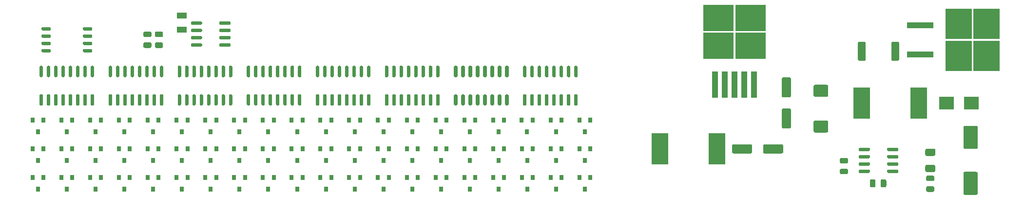
<source format=gbr>
%TF.GenerationSoftware,KiCad,Pcbnew,(5.1.5-131-g305ed0b65)-1*%
%TF.CreationDate,2020-05-01T20:04:55+08:00*%
%TF.ProjectId,NixieController,4e697869-6543-46f6-9e74-726f6c6c6572,rev?*%
%TF.SameCoordinates,Original*%
%TF.FileFunction,Paste,Top*%
%TF.FilePolarity,Positive*%
%FSLAX46Y46*%
G04 Gerber Fmt 4.6, Leading zero omitted, Abs format (unit mm)*
G04 Created by KiCad (PCBNEW (5.1.5-131-g305ed0b65)-1) date 2020-05-01 20:04:55*
%MOMM*%
%LPD*%
G01*
G04 APERTURE LIST*
%ADD10R,2.500000X2.300000*%
%ADD11R,2.900000X5.400000*%
%ADD12R,4.600000X1.100000*%
%ADD13R,4.550000X5.250000*%
%ADD14R,0.800000X0.900000*%
%ADD15R,1.100000X4.600000*%
%ADD16R,5.250000X4.550000*%
%ADD17R,1.800000X1.000000*%
G04 APERTURE END LIST*
%TO.C,C3*%
G36*
G01*
X201975000Y-89850000D02*
X204025000Y-89850000D01*
G75*
G02*
X204275000Y-90100000I0J-250000D01*
G01*
X204275000Y-91675000D01*
G75*
G02*
X204025000Y-91925000I-250000J0D01*
G01*
X201975000Y-91925000D01*
G75*
G02*
X201725000Y-91675000I0J250000D01*
G01*
X201725000Y-90100000D01*
G75*
G02*
X201975000Y-89850000I250000J0D01*
G01*
G37*
G36*
G01*
X201975000Y-96075000D02*
X204025000Y-96075000D01*
G75*
G02*
X204275000Y-96325000I0J-250000D01*
G01*
X204275000Y-97900000D01*
G75*
G02*
X204025000Y-98150000I-250000J0D01*
G01*
X201975000Y-98150000D01*
G75*
G02*
X201725000Y-97900000I0J250000D01*
G01*
X201725000Y-96325000D01*
G75*
G02*
X201975000Y-96075000I250000J0D01*
G01*
G37*
%TD*%
%TO.C,C4*%
G36*
G01*
X206543750Y-104450000D02*
X207456250Y-104450000D01*
G75*
G02*
X207700000Y-104693750I0J-243750D01*
G01*
X207700000Y-105181250D01*
G75*
G02*
X207456250Y-105425000I-243750J0D01*
G01*
X206543750Y-105425000D01*
G75*
G02*
X206300000Y-105181250I0J243750D01*
G01*
X206300000Y-104693750D01*
G75*
G02*
X206543750Y-104450000I243750J0D01*
G01*
G37*
G36*
G01*
X206543750Y-102575000D02*
X207456250Y-102575000D01*
G75*
G02*
X207700000Y-102818750I0J-243750D01*
G01*
X207700000Y-103306250D01*
G75*
G02*
X207456250Y-103550000I-243750J0D01*
G01*
X206543750Y-103550000D01*
G75*
G02*
X206300000Y-103306250I0J243750D01*
G01*
X206300000Y-102818750D01*
G75*
G02*
X206543750Y-102575000I243750J0D01*
G01*
G37*
%TD*%
%TO.C,C5*%
G36*
G01*
X214362500Y-106543750D02*
X214362500Y-107456250D01*
G75*
G02*
X214118750Y-107700000I-243750J0D01*
G01*
X213631250Y-107700000D01*
G75*
G02*
X213387500Y-107456250I0J243750D01*
G01*
X213387500Y-106543750D01*
G75*
G02*
X213631250Y-106300000I243750J0D01*
G01*
X214118750Y-106300000D01*
G75*
G02*
X214362500Y-106543750I0J-243750D01*
G01*
G37*
G36*
G01*
X212487500Y-106543750D02*
X212487500Y-107456250D01*
G75*
G02*
X212243750Y-107700000I-243750J0D01*
G01*
X211756250Y-107700000D01*
G75*
G02*
X211512500Y-107456250I0J243750D01*
G01*
X211512500Y-106543750D01*
G75*
G02*
X211756250Y-106300000I243750J0D01*
G01*
X212243750Y-106300000D01*
G75*
G02*
X212487500Y-106543750I0J-243750D01*
G01*
G37*
%TD*%
%TO.C,C6*%
G36*
G01*
X228000000Y-97000000D02*
X230000000Y-97000000D01*
G75*
G02*
X230250000Y-97250000I0J-250000D01*
G01*
X230250000Y-100750000D01*
G75*
G02*
X230000000Y-101000000I-250000J0D01*
G01*
X228000000Y-101000000D01*
G75*
G02*
X227750000Y-100750000I0J250000D01*
G01*
X227750000Y-97250000D01*
G75*
G02*
X228000000Y-97000000I250000J0D01*
G01*
G37*
G36*
G01*
X228000000Y-105000000D02*
X230000000Y-105000000D01*
G75*
G02*
X230250000Y-105250000I0J-250000D01*
G01*
X230250000Y-108750000D01*
G75*
G02*
X230000000Y-109000000I-250000J0D01*
G01*
X228000000Y-109000000D01*
G75*
G02*
X227750000Y-108750000I0J250000D01*
G01*
X227750000Y-105250000D01*
G75*
G02*
X228000000Y-105000000I250000J0D01*
G01*
G37*
%TD*%
D10*
%TO.C,D2*%
X229150000Y-93000000D03*
X224850000Y-93000000D03*
%TD*%
D11*
%TO.C,L2*%
X210050000Y-93000000D03*
X219950000Y-93000000D03*
%TD*%
D12*
%TO.C,Q1*%
X220225000Y-79460000D03*
X220225000Y-84540000D03*
D13*
X231800000Y-84775000D03*
X226950000Y-79225000D03*
X231800000Y-79225000D03*
X226950000Y-84775000D03*
%TD*%
%TO.C,R3*%
G36*
G01*
X216575000Y-82574999D02*
X216575000Y-85425001D01*
G75*
G02*
X216325001Y-85675000I-249999J0D01*
G01*
X215474999Y-85675000D01*
G75*
G02*
X215225000Y-85425001I0J249999D01*
G01*
X215225000Y-82574999D01*
G75*
G02*
X215474999Y-82325000I249999J0D01*
G01*
X216325001Y-82325000D01*
G75*
G02*
X216575000Y-82574999I0J-249999D01*
G01*
G37*
G36*
G01*
X210775000Y-82574999D02*
X210775000Y-85425001D01*
G75*
G02*
X210525001Y-85675000I-249999J0D01*
G01*
X209674999Y-85675000D01*
G75*
G02*
X209425000Y-85425001I0J249999D01*
G01*
X209425000Y-82574999D01*
G75*
G02*
X209674999Y-82325000I249999J0D01*
G01*
X210525001Y-82325000D01*
G75*
G02*
X210775000Y-82574999I0J-249999D01*
G01*
G37*
%TD*%
%TO.C,R4*%
G36*
G01*
X221375000Y-100975000D02*
X222625000Y-100975000D01*
G75*
G02*
X222875000Y-101225000I0J-250000D01*
G01*
X222875000Y-101975000D01*
G75*
G02*
X222625000Y-102225000I-250000J0D01*
G01*
X221375000Y-102225000D01*
G75*
G02*
X221125000Y-101975000I0J250000D01*
G01*
X221125000Y-101225000D01*
G75*
G02*
X221375000Y-100975000I250000J0D01*
G01*
G37*
G36*
G01*
X221375000Y-103775000D02*
X222625000Y-103775000D01*
G75*
G02*
X222875000Y-104025000I0J-250000D01*
G01*
X222875000Y-104775000D01*
G75*
G02*
X222625000Y-105025000I-250000J0D01*
G01*
X221375000Y-105025000D01*
G75*
G02*
X221125000Y-104775000I0J250000D01*
G01*
X221125000Y-104025000D01*
G75*
G02*
X221375000Y-103775000I250000J0D01*
G01*
G37*
%TD*%
%TO.C,R5*%
G36*
G01*
X221543750Y-105637500D02*
X222456250Y-105637500D01*
G75*
G02*
X222700000Y-105881250I0J-243750D01*
G01*
X222700000Y-106368750D01*
G75*
G02*
X222456250Y-106612500I-243750J0D01*
G01*
X221543750Y-106612500D01*
G75*
G02*
X221300000Y-106368750I0J243750D01*
G01*
X221300000Y-105881250D01*
G75*
G02*
X221543750Y-105637500I243750J0D01*
G01*
G37*
G36*
G01*
X221543750Y-107512500D02*
X222456250Y-107512500D01*
G75*
G02*
X222700000Y-107756250I0J-243750D01*
G01*
X222700000Y-108243750D01*
G75*
G02*
X222456250Y-108487500I-243750J0D01*
G01*
X221543750Y-108487500D01*
G75*
G02*
X221300000Y-108243750I0J243750D01*
G01*
X221300000Y-107756250D01*
G75*
G02*
X221543750Y-107512500I243750J0D01*
G01*
G37*
%TD*%
%TO.C,U4*%
G36*
G01*
X209550000Y-101245000D02*
X209550000Y-100945000D01*
G75*
G02*
X209700000Y-100795000I150000J0D01*
G01*
X211350000Y-100795000D01*
G75*
G02*
X211500000Y-100945000I0J-150000D01*
G01*
X211500000Y-101245000D01*
G75*
G02*
X211350000Y-101395000I-150000J0D01*
G01*
X209700000Y-101395000D01*
G75*
G02*
X209550000Y-101245000I0J150000D01*
G01*
G37*
G36*
G01*
X209550000Y-102515000D02*
X209550000Y-102215000D01*
G75*
G02*
X209700000Y-102065000I150000J0D01*
G01*
X211350000Y-102065000D01*
G75*
G02*
X211500000Y-102215000I0J-150000D01*
G01*
X211500000Y-102515000D01*
G75*
G02*
X211350000Y-102665000I-150000J0D01*
G01*
X209700000Y-102665000D01*
G75*
G02*
X209550000Y-102515000I0J150000D01*
G01*
G37*
G36*
G01*
X209550000Y-103785000D02*
X209550000Y-103485000D01*
G75*
G02*
X209700000Y-103335000I150000J0D01*
G01*
X211350000Y-103335000D01*
G75*
G02*
X211500000Y-103485000I0J-150000D01*
G01*
X211500000Y-103785000D01*
G75*
G02*
X211350000Y-103935000I-150000J0D01*
G01*
X209700000Y-103935000D01*
G75*
G02*
X209550000Y-103785000I0J150000D01*
G01*
G37*
G36*
G01*
X209550000Y-105055000D02*
X209550000Y-104755000D01*
G75*
G02*
X209700000Y-104605000I150000J0D01*
G01*
X211350000Y-104605000D01*
G75*
G02*
X211500000Y-104755000I0J-150000D01*
G01*
X211500000Y-105055000D01*
G75*
G02*
X211350000Y-105205000I-150000J0D01*
G01*
X209700000Y-105205000D01*
G75*
G02*
X209550000Y-105055000I0J150000D01*
G01*
G37*
G36*
G01*
X214500000Y-105055000D02*
X214500000Y-104755000D01*
G75*
G02*
X214650000Y-104605000I150000J0D01*
G01*
X216300000Y-104605000D01*
G75*
G02*
X216450000Y-104755000I0J-150000D01*
G01*
X216450000Y-105055000D01*
G75*
G02*
X216300000Y-105205000I-150000J0D01*
G01*
X214650000Y-105205000D01*
G75*
G02*
X214500000Y-105055000I0J150000D01*
G01*
G37*
G36*
G01*
X214500000Y-103785000D02*
X214500000Y-103485000D01*
G75*
G02*
X214650000Y-103335000I150000J0D01*
G01*
X216300000Y-103335000D01*
G75*
G02*
X216450000Y-103485000I0J-150000D01*
G01*
X216450000Y-103785000D01*
G75*
G02*
X216300000Y-103935000I-150000J0D01*
G01*
X214650000Y-103935000D01*
G75*
G02*
X214500000Y-103785000I0J150000D01*
G01*
G37*
G36*
G01*
X214500000Y-102515000D02*
X214500000Y-102215000D01*
G75*
G02*
X214650000Y-102065000I150000J0D01*
G01*
X216300000Y-102065000D01*
G75*
G02*
X216450000Y-102215000I0J-150000D01*
G01*
X216450000Y-102515000D01*
G75*
G02*
X216300000Y-102665000I-150000J0D01*
G01*
X214650000Y-102665000D01*
G75*
G02*
X214500000Y-102515000I0J150000D01*
G01*
G37*
G36*
G01*
X214500000Y-101245000D02*
X214500000Y-100945000D01*
G75*
G02*
X214650000Y-100795000I150000J0D01*
G01*
X216300000Y-100795000D01*
G75*
G02*
X216450000Y-100945000I0J-150000D01*
G01*
X216450000Y-101245000D01*
G75*
G02*
X216300000Y-101395000I-150000J0D01*
G01*
X214650000Y-101395000D01*
G75*
G02*
X214500000Y-101245000I0J150000D01*
G01*
G37*
%TD*%
D11*
%TO.C,L1*%
X175050000Y-101000000D03*
X184950000Y-101000000D03*
%TD*%
D14*
%TO.C,Q2*%
X67000000Y-108000000D03*
X66050000Y-106000000D03*
X67950000Y-106000000D03*
%TD*%
%TO.C,Q3*%
X67950000Y-101000000D03*
X66050000Y-101000000D03*
X67000000Y-103000000D03*
%TD*%
%TO.C,Q4*%
X67000000Y-98000000D03*
X66050000Y-96000000D03*
X67950000Y-96000000D03*
%TD*%
%TO.C,Q5*%
X72950000Y-106000000D03*
X71050000Y-106000000D03*
X72000000Y-108000000D03*
%TD*%
%TO.C,Q6*%
X72000000Y-103000000D03*
X71050000Y-101000000D03*
X72950000Y-101000000D03*
%TD*%
%TO.C,Q7*%
X72950000Y-96000000D03*
X71050000Y-96000000D03*
X72000000Y-98000000D03*
%TD*%
%TO.C,Q8*%
X77000000Y-108000000D03*
X76050000Y-106000000D03*
X77950000Y-106000000D03*
%TD*%
%TO.C,Q9*%
X77950000Y-101000000D03*
X76050000Y-101000000D03*
X77000000Y-103000000D03*
%TD*%
%TO.C,Q10*%
X77000000Y-98000000D03*
X76050000Y-96000000D03*
X77950000Y-96000000D03*
%TD*%
%TO.C,Q11*%
X82000000Y-108000000D03*
X81050000Y-106000000D03*
X82950000Y-106000000D03*
%TD*%
%TO.C,Q12*%
X82000000Y-103000000D03*
X81050000Y-101000000D03*
X82950000Y-101000000D03*
%TD*%
%TO.C,Q13*%
X82950000Y-96000000D03*
X81050000Y-96000000D03*
X82000000Y-98000000D03*
%TD*%
%TO.C,Q14*%
X87000000Y-108000000D03*
X86050000Y-106000000D03*
X87950000Y-106000000D03*
%TD*%
%TO.C,Q15*%
X87950000Y-101000000D03*
X86050000Y-101000000D03*
X87000000Y-103000000D03*
%TD*%
%TO.C,Q16*%
X87000000Y-98000000D03*
X86050000Y-96000000D03*
X87950000Y-96000000D03*
%TD*%
%TO.C,Q17*%
X92950000Y-106000000D03*
X91050000Y-106000000D03*
X92000000Y-108000000D03*
%TD*%
%TO.C,Q18*%
X92000000Y-103000000D03*
X91050000Y-101000000D03*
X92950000Y-101000000D03*
%TD*%
%TO.C,Q19*%
X92950000Y-96000000D03*
X91050000Y-96000000D03*
X92000000Y-98000000D03*
%TD*%
%TO.C,Q20*%
X97000000Y-108000000D03*
X96050000Y-106000000D03*
X97950000Y-106000000D03*
%TD*%
%TO.C,Q21*%
X97950000Y-101000000D03*
X96050000Y-101000000D03*
X97000000Y-103000000D03*
%TD*%
%TO.C,Q22*%
X97000000Y-98000000D03*
X96050000Y-96000000D03*
X97950000Y-96000000D03*
%TD*%
%TO.C,Q23*%
X102950000Y-106000000D03*
X101050000Y-106000000D03*
X102000000Y-108000000D03*
%TD*%
%TO.C,Q24*%
X102000000Y-103000000D03*
X101050000Y-101000000D03*
X102950000Y-101000000D03*
%TD*%
%TO.C,Q25*%
X102950000Y-96000000D03*
X101050000Y-96000000D03*
X102000000Y-98000000D03*
%TD*%
%TO.C,Q26*%
X107000000Y-108000000D03*
X106050000Y-106000000D03*
X107950000Y-106000000D03*
%TD*%
%TO.C,Q27*%
X107950000Y-101000000D03*
X106050000Y-101000000D03*
X107000000Y-103000000D03*
%TD*%
%TO.C,Q28*%
X107000000Y-98000000D03*
X106050000Y-96000000D03*
X107950000Y-96000000D03*
%TD*%
%TO.C,Q29*%
X112950000Y-106000000D03*
X111050000Y-106000000D03*
X112000000Y-108000000D03*
%TD*%
%TO.C,Q30*%
X112950000Y-101000000D03*
X111050000Y-101000000D03*
X112000000Y-103000000D03*
%TD*%
%TO.C,Q31*%
X112950000Y-96000000D03*
X111050000Y-96000000D03*
X112000000Y-98000000D03*
%TD*%
%TO.C,Q32*%
X117000000Y-108000000D03*
X116050000Y-106000000D03*
X117950000Y-106000000D03*
%TD*%
%TO.C,Q33*%
X117950000Y-101000000D03*
X116050000Y-101000000D03*
X117000000Y-103000000D03*
%TD*%
%TO.C,Q34*%
X117000000Y-98000000D03*
X116050000Y-96000000D03*
X117950000Y-96000000D03*
%TD*%
%TO.C,Q35*%
X122950000Y-106000000D03*
X121050000Y-106000000D03*
X122000000Y-108000000D03*
%TD*%
%TO.C,Q36*%
X122000000Y-103000000D03*
X121050000Y-101000000D03*
X122950000Y-101000000D03*
%TD*%
%TO.C,Q37*%
X122000000Y-98000000D03*
X121050000Y-96000000D03*
X122950000Y-96000000D03*
%TD*%
%TO.C,Q38*%
X127950000Y-106000000D03*
X126050000Y-106000000D03*
X127000000Y-108000000D03*
%TD*%
%TO.C,Q39*%
X127000000Y-103000000D03*
X126050000Y-101000000D03*
X127950000Y-101000000D03*
%TD*%
%TO.C,Q40*%
X127950000Y-96000000D03*
X126050000Y-96000000D03*
X127000000Y-98000000D03*
%TD*%
%TO.C,Q41*%
X132000000Y-108000000D03*
X131050000Y-106000000D03*
X132950000Y-106000000D03*
%TD*%
%TO.C,Q42*%
X132950000Y-101000000D03*
X131050000Y-101000000D03*
X132000000Y-103000000D03*
%TD*%
%TO.C,Q43*%
X132000000Y-98000000D03*
X131050000Y-96000000D03*
X132950000Y-96000000D03*
%TD*%
%TO.C,Q44*%
X137950000Y-106000000D03*
X136050000Y-106000000D03*
X137000000Y-108000000D03*
%TD*%
%TO.C,Q45*%
X137000000Y-103000000D03*
X136050000Y-101000000D03*
X137950000Y-101000000D03*
%TD*%
%TO.C,Q46*%
X137950000Y-96000000D03*
X136050000Y-96000000D03*
X137000000Y-98000000D03*
%TD*%
%TO.C,Q47*%
X142000000Y-108000000D03*
X141050000Y-106000000D03*
X142950000Y-106000000D03*
%TD*%
%TO.C,Q48*%
X142950000Y-101000000D03*
X141050000Y-101000000D03*
X142000000Y-103000000D03*
%TD*%
%TO.C,Q49*%
X142950000Y-96000000D03*
X141050000Y-96000000D03*
X142000000Y-98000000D03*
%TD*%
%TO.C,Q50*%
X147950000Y-106000000D03*
X146050000Y-106000000D03*
X147000000Y-108000000D03*
%TD*%
%TO.C,Q51*%
X147000000Y-103000000D03*
X146050000Y-101000000D03*
X147950000Y-101000000D03*
%TD*%
%TO.C,Q52*%
X147950000Y-96000000D03*
X146050000Y-96000000D03*
X147000000Y-98000000D03*
%TD*%
%TO.C,Q53*%
X152000000Y-108000000D03*
X151050000Y-106000000D03*
X152950000Y-106000000D03*
%TD*%
%TO.C,Q54*%
X152950000Y-101000000D03*
X151050000Y-101000000D03*
X152000000Y-103000000D03*
%TD*%
%TO.C,Q55*%
X151950000Y-98000000D03*
X151000000Y-96000000D03*
X152900000Y-96000000D03*
%TD*%
%TO.C,Q56*%
X157950000Y-106000000D03*
X156050000Y-106000000D03*
X157000000Y-108000000D03*
%TD*%
%TO.C,Q57*%
X157000000Y-103000000D03*
X156050000Y-101000000D03*
X157950000Y-101000000D03*
%TD*%
%TO.C,Q58*%
X157950000Y-96000000D03*
X156050000Y-96000000D03*
X157000000Y-98000000D03*
%TD*%
%TO.C,Q59*%
X162000000Y-108000000D03*
X161050000Y-106000000D03*
X162950000Y-106000000D03*
%TD*%
%TO.C,Q60*%
X162950000Y-101000000D03*
X161050000Y-101000000D03*
X162000000Y-103000000D03*
%TD*%
%TO.C,Q61*%
X162000000Y-98000000D03*
X161050000Y-96000000D03*
X162950000Y-96000000D03*
%TD*%
%TO.C,R1*%
G36*
G01*
X85543750Y-80575000D02*
X86456250Y-80575000D01*
G75*
G02*
X86700000Y-80818750I0J-243750D01*
G01*
X86700000Y-81306250D01*
G75*
G02*
X86456250Y-81550000I-243750J0D01*
G01*
X85543750Y-81550000D01*
G75*
G02*
X85300000Y-81306250I0J243750D01*
G01*
X85300000Y-80818750D01*
G75*
G02*
X85543750Y-80575000I243750J0D01*
G01*
G37*
G36*
G01*
X85543750Y-82450000D02*
X86456250Y-82450000D01*
G75*
G02*
X86700000Y-82693750I0J-243750D01*
G01*
X86700000Y-83181250D01*
G75*
G02*
X86456250Y-83425000I-243750J0D01*
G01*
X85543750Y-83425000D01*
G75*
G02*
X85300000Y-83181250I0J243750D01*
G01*
X85300000Y-82693750D01*
G75*
G02*
X85543750Y-82450000I243750J0D01*
G01*
G37*
%TD*%
%TO.C,R2*%
G36*
G01*
X87543750Y-82450000D02*
X88456250Y-82450000D01*
G75*
G02*
X88700000Y-82693750I0J-243750D01*
G01*
X88700000Y-83181250D01*
G75*
G02*
X88456250Y-83425000I-243750J0D01*
G01*
X87543750Y-83425000D01*
G75*
G02*
X87300000Y-83181250I0J243750D01*
G01*
X87300000Y-82693750D01*
G75*
G02*
X87543750Y-82450000I243750J0D01*
G01*
G37*
G36*
G01*
X87543750Y-80575000D02*
X88456250Y-80575000D01*
G75*
G02*
X88700000Y-80818750I0J-243750D01*
G01*
X88700000Y-81306250D01*
G75*
G02*
X88456250Y-81550000I-243750J0D01*
G01*
X87543750Y-81550000D01*
G75*
G02*
X87300000Y-81306250I0J243750D01*
G01*
X87300000Y-80818750D01*
G75*
G02*
X87543750Y-80575000I243750J0D01*
G01*
G37*
%TD*%
%TO.C,U1*%
G36*
G01*
X67600000Y-80245000D02*
X67600000Y-79945000D01*
G75*
G02*
X67750000Y-79795000I150000J0D01*
G01*
X69050000Y-79795000D01*
G75*
G02*
X69200000Y-79945000I0J-150000D01*
G01*
X69200000Y-80245000D01*
G75*
G02*
X69050000Y-80395000I-150000J0D01*
G01*
X67750000Y-80395000D01*
G75*
G02*
X67600000Y-80245000I0J150000D01*
G01*
G37*
G36*
G01*
X67600000Y-81515000D02*
X67600000Y-81215000D01*
G75*
G02*
X67750000Y-81065000I150000J0D01*
G01*
X69050000Y-81065000D01*
G75*
G02*
X69200000Y-81215000I0J-150000D01*
G01*
X69200000Y-81515000D01*
G75*
G02*
X69050000Y-81665000I-150000J0D01*
G01*
X67750000Y-81665000D01*
G75*
G02*
X67600000Y-81515000I0J150000D01*
G01*
G37*
G36*
G01*
X67600000Y-82785000D02*
X67600000Y-82485000D01*
G75*
G02*
X67750000Y-82335000I150000J0D01*
G01*
X69050000Y-82335000D01*
G75*
G02*
X69200000Y-82485000I0J-150000D01*
G01*
X69200000Y-82785000D01*
G75*
G02*
X69050000Y-82935000I-150000J0D01*
G01*
X67750000Y-82935000D01*
G75*
G02*
X67600000Y-82785000I0J150000D01*
G01*
G37*
G36*
G01*
X67600000Y-84055000D02*
X67600000Y-83755000D01*
G75*
G02*
X67750000Y-83605000I150000J0D01*
G01*
X69050000Y-83605000D01*
G75*
G02*
X69200000Y-83755000I0J-150000D01*
G01*
X69200000Y-84055000D01*
G75*
G02*
X69050000Y-84205000I-150000J0D01*
G01*
X67750000Y-84205000D01*
G75*
G02*
X67600000Y-84055000I0J150000D01*
G01*
G37*
G36*
G01*
X74800000Y-84055000D02*
X74800000Y-83755000D01*
G75*
G02*
X74950000Y-83605000I150000J0D01*
G01*
X76250000Y-83605000D01*
G75*
G02*
X76400000Y-83755000I0J-150000D01*
G01*
X76400000Y-84055000D01*
G75*
G02*
X76250000Y-84205000I-150000J0D01*
G01*
X74950000Y-84205000D01*
G75*
G02*
X74800000Y-84055000I0J150000D01*
G01*
G37*
G36*
G01*
X74800000Y-82785000D02*
X74800000Y-82485000D01*
G75*
G02*
X74950000Y-82335000I150000J0D01*
G01*
X76250000Y-82335000D01*
G75*
G02*
X76400000Y-82485000I0J-150000D01*
G01*
X76400000Y-82785000D01*
G75*
G02*
X76250000Y-82935000I-150000J0D01*
G01*
X74950000Y-82935000D01*
G75*
G02*
X74800000Y-82785000I0J150000D01*
G01*
G37*
G36*
G01*
X74800000Y-81515000D02*
X74800000Y-81215000D01*
G75*
G02*
X74950000Y-81065000I150000J0D01*
G01*
X76250000Y-81065000D01*
G75*
G02*
X76400000Y-81215000I0J-150000D01*
G01*
X76400000Y-81515000D01*
G75*
G02*
X76250000Y-81665000I-150000J0D01*
G01*
X74950000Y-81665000D01*
G75*
G02*
X74800000Y-81515000I0J150000D01*
G01*
G37*
G36*
G01*
X74800000Y-80245000D02*
X74800000Y-79945000D01*
G75*
G02*
X74950000Y-79795000I150000J0D01*
G01*
X76250000Y-79795000D01*
G75*
G02*
X76400000Y-79945000I0J-150000D01*
G01*
X76400000Y-80245000D01*
G75*
G02*
X76250000Y-80395000I-150000J0D01*
G01*
X74950000Y-80395000D01*
G75*
G02*
X74800000Y-80245000I0J150000D01*
G01*
G37*
%TD*%
%TO.C,U2*%
G36*
G01*
X93550000Y-79245000D02*
X93550000Y-78945000D01*
G75*
G02*
X93700000Y-78795000I150000J0D01*
G01*
X95350000Y-78795000D01*
G75*
G02*
X95500000Y-78945000I0J-150000D01*
G01*
X95500000Y-79245000D01*
G75*
G02*
X95350000Y-79395000I-150000J0D01*
G01*
X93700000Y-79395000D01*
G75*
G02*
X93550000Y-79245000I0J150000D01*
G01*
G37*
G36*
G01*
X93550000Y-80515000D02*
X93550000Y-80215000D01*
G75*
G02*
X93700000Y-80065000I150000J0D01*
G01*
X95350000Y-80065000D01*
G75*
G02*
X95500000Y-80215000I0J-150000D01*
G01*
X95500000Y-80515000D01*
G75*
G02*
X95350000Y-80665000I-150000J0D01*
G01*
X93700000Y-80665000D01*
G75*
G02*
X93550000Y-80515000I0J150000D01*
G01*
G37*
G36*
G01*
X93550000Y-81785000D02*
X93550000Y-81485000D01*
G75*
G02*
X93700000Y-81335000I150000J0D01*
G01*
X95350000Y-81335000D01*
G75*
G02*
X95500000Y-81485000I0J-150000D01*
G01*
X95500000Y-81785000D01*
G75*
G02*
X95350000Y-81935000I-150000J0D01*
G01*
X93700000Y-81935000D01*
G75*
G02*
X93550000Y-81785000I0J150000D01*
G01*
G37*
G36*
G01*
X93550000Y-83055000D02*
X93550000Y-82755000D01*
G75*
G02*
X93700000Y-82605000I150000J0D01*
G01*
X95350000Y-82605000D01*
G75*
G02*
X95500000Y-82755000I0J-150000D01*
G01*
X95500000Y-83055000D01*
G75*
G02*
X95350000Y-83205000I-150000J0D01*
G01*
X93700000Y-83205000D01*
G75*
G02*
X93550000Y-83055000I0J150000D01*
G01*
G37*
G36*
G01*
X98500000Y-83055000D02*
X98500000Y-82755000D01*
G75*
G02*
X98650000Y-82605000I150000J0D01*
G01*
X100300000Y-82605000D01*
G75*
G02*
X100450000Y-82755000I0J-150000D01*
G01*
X100450000Y-83055000D01*
G75*
G02*
X100300000Y-83205000I-150000J0D01*
G01*
X98650000Y-83205000D01*
G75*
G02*
X98500000Y-83055000I0J150000D01*
G01*
G37*
G36*
G01*
X98500000Y-81785000D02*
X98500000Y-81485000D01*
G75*
G02*
X98650000Y-81335000I150000J0D01*
G01*
X100300000Y-81335000D01*
G75*
G02*
X100450000Y-81485000I0J-150000D01*
G01*
X100450000Y-81785000D01*
G75*
G02*
X100300000Y-81935000I-150000J0D01*
G01*
X98650000Y-81935000D01*
G75*
G02*
X98500000Y-81785000I0J150000D01*
G01*
G37*
G36*
G01*
X98500000Y-80515000D02*
X98500000Y-80215000D01*
G75*
G02*
X98650000Y-80065000I150000J0D01*
G01*
X100300000Y-80065000D01*
G75*
G02*
X100450000Y-80215000I0J-150000D01*
G01*
X100450000Y-80515000D01*
G75*
G02*
X100300000Y-80665000I-150000J0D01*
G01*
X98650000Y-80665000D01*
G75*
G02*
X98500000Y-80515000I0J150000D01*
G01*
G37*
G36*
G01*
X98500000Y-79245000D02*
X98500000Y-78945000D01*
G75*
G02*
X98650000Y-78795000I150000J0D01*
G01*
X100300000Y-78795000D01*
G75*
G02*
X100450000Y-78945000I0J-150000D01*
G01*
X100450000Y-79245000D01*
G75*
G02*
X100300000Y-79395000I-150000J0D01*
G01*
X98650000Y-79395000D01*
G75*
G02*
X98500000Y-79245000I0J150000D01*
G01*
G37*
%TD*%
D15*
%TO.C,U3*%
X184600000Y-89775000D03*
X186300000Y-89775000D03*
X188000000Y-89775000D03*
X189700000Y-89775000D03*
X191400000Y-89775000D03*
D16*
X190775000Y-78200000D03*
X185225000Y-83050000D03*
X185225000Y-78200000D03*
X190775000Y-83050000D03*
%TD*%
%TO.C,U5*%
G36*
G01*
X67705000Y-88500000D02*
X67405000Y-88500000D01*
G75*
G02*
X67255000Y-88350000I0J150000D01*
G01*
X67255000Y-86700000D01*
G75*
G02*
X67405000Y-86550000I150000J0D01*
G01*
X67705000Y-86550000D01*
G75*
G02*
X67855000Y-86700000I0J-150000D01*
G01*
X67855000Y-88350000D01*
G75*
G02*
X67705000Y-88500000I-150000J0D01*
G01*
G37*
G36*
G01*
X68975000Y-88500000D02*
X68675000Y-88500000D01*
G75*
G02*
X68525000Y-88350000I0J150000D01*
G01*
X68525000Y-86700000D01*
G75*
G02*
X68675000Y-86550000I150000J0D01*
G01*
X68975000Y-86550000D01*
G75*
G02*
X69125000Y-86700000I0J-150000D01*
G01*
X69125000Y-88350000D01*
G75*
G02*
X68975000Y-88500000I-150000J0D01*
G01*
G37*
G36*
G01*
X70245000Y-88500000D02*
X69945000Y-88500000D01*
G75*
G02*
X69795000Y-88350000I0J150000D01*
G01*
X69795000Y-86700000D01*
G75*
G02*
X69945000Y-86550000I150000J0D01*
G01*
X70245000Y-86550000D01*
G75*
G02*
X70395000Y-86700000I0J-150000D01*
G01*
X70395000Y-88350000D01*
G75*
G02*
X70245000Y-88500000I-150000J0D01*
G01*
G37*
G36*
G01*
X71515000Y-88500000D02*
X71215000Y-88500000D01*
G75*
G02*
X71065000Y-88350000I0J150000D01*
G01*
X71065000Y-86700000D01*
G75*
G02*
X71215000Y-86550000I150000J0D01*
G01*
X71515000Y-86550000D01*
G75*
G02*
X71665000Y-86700000I0J-150000D01*
G01*
X71665000Y-88350000D01*
G75*
G02*
X71515000Y-88500000I-150000J0D01*
G01*
G37*
G36*
G01*
X72785000Y-88500000D02*
X72485000Y-88500000D01*
G75*
G02*
X72335000Y-88350000I0J150000D01*
G01*
X72335000Y-86700000D01*
G75*
G02*
X72485000Y-86550000I150000J0D01*
G01*
X72785000Y-86550000D01*
G75*
G02*
X72935000Y-86700000I0J-150000D01*
G01*
X72935000Y-88350000D01*
G75*
G02*
X72785000Y-88500000I-150000J0D01*
G01*
G37*
G36*
G01*
X74055000Y-88500000D02*
X73755000Y-88500000D01*
G75*
G02*
X73605000Y-88350000I0J150000D01*
G01*
X73605000Y-86700000D01*
G75*
G02*
X73755000Y-86550000I150000J0D01*
G01*
X74055000Y-86550000D01*
G75*
G02*
X74205000Y-86700000I0J-150000D01*
G01*
X74205000Y-88350000D01*
G75*
G02*
X74055000Y-88500000I-150000J0D01*
G01*
G37*
G36*
G01*
X75325000Y-88500000D02*
X75025000Y-88500000D01*
G75*
G02*
X74875000Y-88350000I0J150000D01*
G01*
X74875000Y-86700000D01*
G75*
G02*
X75025000Y-86550000I150000J0D01*
G01*
X75325000Y-86550000D01*
G75*
G02*
X75475000Y-86700000I0J-150000D01*
G01*
X75475000Y-88350000D01*
G75*
G02*
X75325000Y-88500000I-150000J0D01*
G01*
G37*
G36*
G01*
X76595000Y-88500000D02*
X76295000Y-88500000D01*
G75*
G02*
X76145000Y-88350000I0J150000D01*
G01*
X76145000Y-86700000D01*
G75*
G02*
X76295000Y-86550000I150000J0D01*
G01*
X76595000Y-86550000D01*
G75*
G02*
X76745000Y-86700000I0J-150000D01*
G01*
X76745000Y-88350000D01*
G75*
G02*
X76595000Y-88500000I-150000J0D01*
G01*
G37*
G36*
G01*
X76595000Y-93450000D02*
X76295000Y-93450000D01*
G75*
G02*
X76145000Y-93300000I0J150000D01*
G01*
X76145000Y-91650000D01*
G75*
G02*
X76295000Y-91500000I150000J0D01*
G01*
X76595000Y-91500000D01*
G75*
G02*
X76745000Y-91650000I0J-150000D01*
G01*
X76745000Y-93300000D01*
G75*
G02*
X76595000Y-93450000I-150000J0D01*
G01*
G37*
G36*
G01*
X75325000Y-93450000D02*
X75025000Y-93450000D01*
G75*
G02*
X74875000Y-93300000I0J150000D01*
G01*
X74875000Y-91650000D01*
G75*
G02*
X75025000Y-91500000I150000J0D01*
G01*
X75325000Y-91500000D01*
G75*
G02*
X75475000Y-91650000I0J-150000D01*
G01*
X75475000Y-93300000D01*
G75*
G02*
X75325000Y-93450000I-150000J0D01*
G01*
G37*
G36*
G01*
X74055000Y-93450000D02*
X73755000Y-93450000D01*
G75*
G02*
X73605000Y-93300000I0J150000D01*
G01*
X73605000Y-91650000D01*
G75*
G02*
X73755000Y-91500000I150000J0D01*
G01*
X74055000Y-91500000D01*
G75*
G02*
X74205000Y-91650000I0J-150000D01*
G01*
X74205000Y-93300000D01*
G75*
G02*
X74055000Y-93450000I-150000J0D01*
G01*
G37*
G36*
G01*
X72785000Y-93450000D02*
X72485000Y-93450000D01*
G75*
G02*
X72335000Y-93300000I0J150000D01*
G01*
X72335000Y-91650000D01*
G75*
G02*
X72485000Y-91500000I150000J0D01*
G01*
X72785000Y-91500000D01*
G75*
G02*
X72935000Y-91650000I0J-150000D01*
G01*
X72935000Y-93300000D01*
G75*
G02*
X72785000Y-93450000I-150000J0D01*
G01*
G37*
G36*
G01*
X71515000Y-93450000D02*
X71215000Y-93450000D01*
G75*
G02*
X71065000Y-93300000I0J150000D01*
G01*
X71065000Y-91650000D01*
G75*
G02*
X71215000Y-91500000I150000J0D01*
G01*
X71515000Y-91500000D01*
G75*
G02*
X71665000Y-91650000I0J-150000D01*
G01*
X71665000Y-93300000D01*
G75*
G02*
X71515000Y-93450000I-150000J0D01*
G01*
G37*
G36*
G01*
X70245000Y-93450000D02*
X69945000Y-93450000D01*
G75*
G02*
X69795000Y-93300000I0J150000D01*
G01*
X69795000Y-91650000D01*
G75*
G02*
X69945000Y-91500000I150000J0D01*
G01*
X70245000Y-91500000D01*
G75*
G02*
X70395000Y-91650000I0J-150000D01*
G01*
X70395000Y-93300000D01*
G75*
G02*
X70245000Y-93450000I-150000J0D01*
G01*
G37*
G36*
G01*
X68975000Y-93450000D02*
X68675000Y-93450000D01*
G75*
G02*
X68525000Y-93300000I0J150000D01*
G01*
X68525000Y-91650000D01*
G75*
G02*
X68675000Y-91500000I150000J0D01*
G01*
X68975000Y-91500000D01*
G75*
G02*
X69125000Y-91650000I0J-150000D01*
G01*
X69125000Y-93300000D01*
G75*
G02*
X68975000Y-93450000I-150000J0D01*
G01*
G37*
G36*
G01*
X67705000Y-93450000D02*
X67405000Y-93450000D01*
G75*
G02*
X67255000Y-93300000I0J150000D01*
G01*
X67255000Y-91650000D01*
G75*
G02*
X67405000Y-91500000I150000J0D01*
G01*
X67705000Y-91500000D01*
G75*
G02*
X67855000Y-91650000I0J-150000D01*
G01*
X67855000Y-93300000D01*
G75*
G02*
X67705000Y-93450000I-150000J0D01*
G01*
G37*
%TD*%
%TO.C,U9*%
G36*
G01*
X115705000Y-88500000D02*
X115405000Y-88500000D01*
G75*
G02*
X115255000Y-88350000I0J150000D01*
G01*
X115255000Y-86700000D01*
G75*
G02*
X115405000Y-86550000I150000J0D01*
G01*
X115705000Y-86550000D01*
G75*
G02*
X115855000Y-86700000I0J-150000D01*
G01*
X115855000Y-88350000D01*
G75*
G02*
X115705000Y-88500000I-150000J0D01*
G01*
G37*
G36*
G01*
X116975000Y-88500000D02*
X116675000Y-88500000D01*
G75*
G02*
X116525000Y-88350000I0J150000D01*
G01*
X116525000Y-86700000D01*
G75*
G02*
X116675000Y-86550000I150000J0D01*
G01*
X116975000Y-86550000D01*
G75*
G02*
X117125000Y-86700000I0J-150000D01*
G01*
X117125000Y-88350000D01*
G75*
G02*
X116975000Y-88500000I-150000J0D01*
G01*
G37*
G36*
G01*
X118245000Y-88500000D02*
X117945000Y-88500000D01*
G75*
G02*
X117795000Y-88350000I0J150000D01*
G01*
X117795000Y-86700000D01*
G75*
G02*
X117945000Y-86550000I150000J0D01*
G01*
X118245000Y-86550000D01*
G75*
G02*
X118395000Y-86700000I0J-150000D01*
G01*
X118395000Y-88350000D01*
G75*
G02*
X118245000Y-88500000I-150000J0D01*
G01*
G37*
G36*
G01*
X119515000Y-88500000D02*
X119215000Y-88500000D01*
G75*
G02*
X119065000Y-88350000I0J150000D01*
G01*
X119065000Y-86700000D01*
G75*
G02*
X119215000Y-86550000I150000J0D01*
G01*
X119515000Y-86550000D01*
G75*
G02*
X119665000Y-86700000I0J-150000D01*
G01*
X119665000Y-88350000D01*
G75*
G02*
X119515000Y-88500000I-150000J0D01*
G01*
G37*
G36*
G01*
X120785000Y-88500000D02*
X120485000Y-88500000D01*
G75*
G02*
X120335000Y-88350000I0J150000D01*
G01*
X120335000Y-86700000D01*
G75*
G02*
X120485000Y-86550000I150000J0D01*
G01*
X120785000Y-86550000D01*
G75*
G02*
X120935000Y-86700000I0J-150000D01*
G01*
X120935000Y-88350000D01*
G75*
G02*
X120785000Y-88500000I-150000J0D01*
G01*
G37*
G36*
G01*
X122055000Y-88500000D02*
X121755000Y-88500000D01*
G75*
G02*
X121605000Y-88350000I0J150000D01*
G01*
X121605000Y-86700000D01*
G75*
G02*
X121755000Y-86550000I150000J0D01*
G01*
X122055000Y-86550000D01*
G75*
G02*
X122205000Y-86700000I0J-150000D01*
G01*
X122205000Y-88350000D01*
G75*
G02*
X122055000Y-88500000I-150000J0D01*
G01*
G37*
G36*
G01*
X123325000Y-88500000D02*
X123025000Y-88500000D01*
G75*
G02*
X122875000Y-88350000I0J150000D01*
G01*
X122875000Y-86700000D01*
G75*
G02*
X123025000Y-86550000I150000J0D01*
G01*
X123325000Y-86550000D01*
G75*
G02*
X123475000Y-86700000I0J-150000D01*
G01*
X123475000Y-88350000D01*
G75*
G02*
X123325000Y-88500000I-150000J0D01*
G01*
G37*
G36*
G01*
X124595000Y-88500000D02*
X124295000Y-88500000D01*
G75*
G02*
X124145000Y-88350000I0J150000D01*
G01*
X124145000Y-86700000D01*
G75*
G02*
X124295000Y-86550000I150000J0D01*
G01*
X124595000Y-86550000D01*
G75*
G02*
X124745000Y-86700000I0J-150000D01*
G01*
X124745000Y-88350000D01*
G75*
G02*
X124595000Y-88500000I-150000J0D01*
G01*
G37*
G36*
G01*
X124595000Y-93450000D02*
X124295000Y-93450000D01*
G75*
G02*
X124145000Y-93300000I0J150000D01*
G01*
X124145000Y-91650000D01*
G75*
G02*
X124295000Y-91500000I150000J0D01*
G01*
X124595000Y-91500000D01*
G75*
G02*
X124745000Y-91650000I0J-150000D01*
G01*
X124745000Y-93300000D01*
G75*
G02*
X124595000Y-93450000I-150000J0D01*
G01*
G37*
G36*
G01*
X123325000Y-93450000D02*
X123025000Y-93450000D01*
G75*
G02*
X122875000Y-93300000I0J150000D01*
G01*
X122875000Y-91650000D01*
G75*
G02*
X123025000Y-91500000I150000J0D01*
G01*
X123325000Y-91500000D01*
G75*
G02*
X123475000Y-91650000I0J-150000D01*
G01*
X123475000Y-93300000D01*
G75*
G02*
X123325000Y-93450000I-150000J0D01*
G01*
G37*
G36*
G01*
X122055000Y-93450000D02*
X121755000Y-93450000D01*
G75*
G02*
X121605000Y-93300000I0J150000D01*
G01*
X121605000Y-91650000D01*
G75*
G02*
X121755000Y-91500000I150000J0D01*
G01*
X122055000Y-91500000D01*
G75*
G02*
X122205000Y-91650000I0J-150000D01*
G01*
X122205000Y-93300000D01*
G75*
G02*
X122055000Y-93450000I-150000J0D01*
G01*
G37*
G36*
G01*
X120785000Y-93450000D02*
X120485000Y-93450000D01*
G75*
G02*
X120335000Y-93300000I0J150000D01*
G01*
X120335000Y-91650000D01*
G75*
G02*
X120485000Y-91500000I150000J0D01*
G01*
X120785000Y-91500000D01*
G75*
G02*
X120935000Y-91650000I0J-150000D01*
G01*
X120935000Y-93300000D01*
G75*
G02*
X120785000Y-93450000I-150000J0D01*
G01*
G37*
G36*
G01*
X119515000Y-93450000D02*
X119215000Y-93450000D01*
G75*
G02*
X119065000Y-93300000I0J150000D01*
G01*
X119065000Y-91650000D01*
G75*
G02*
X119215000Y-91500000I150000J0D01*
G01*
X119515000Y-91500000D01*
G75*
G02*
X119665000Y-91650000I0J-150000D01*
G01*
X119665000Y-93300000D01*
G75*
G02*
X119515000Y-93450000I-150000J0D01*
G01*
G37*
G36*
G01*
X118245000Y-93450000D02*
X117945000Y-93450000D01*
G75*
G02*
X117795000Y-93300000I0J150000D01*
G01*
X117795000Y-91650000D01*
G75*
G02*
X117945000Y-91500000I150000J0D01*
G01*
X118245000Y-91500000D01*
G75*
G02*
X118395000Y-91650000I0J-150000D01*
G01*
X118395000Y-93300000D01*
G75*
G02*
X118245000Y-93450000I-150000J0D01*
G01*
G37*
G36*
G01*
X116975000Y-93450000D02*
X116675000Y-93450000D01*
G75*
G02*
X116525000Y-93300000I0J150000D01*
G01*
X116525000Y-91650000D01*
G75*
G02*
X116675000Y-91500000I150000J0D01*
G01*
X116975000Y-91500000D01*
G75*
G02*
X117125000Y-91650000I0J-150000D01*
G01*
X117125000Y-93300000D01*
G75*
G02*
X116975000Y-93450000I-150000J0D01*
G01*
G37*
G36*
G01*
X115705000Y-93450000D02*
X115405000Y-93450000D01*
G75*
G02*
X115255000Y-93300000I0J150000D01*
G01*
X115255000Y-91650000D01*
G75*
G02*
X115405000Y-91500000I150000J0D01*
G01*
X115705000Y-91500000D01*
G75*
G02*
X115855000Y-91650000I0J-150000D01*
G01*
X115855000Y-93300000D01*
G75*
G02*
X115705000Y-93450000I-150000J0D01*
G01*
G37*
%TD*%
%TO.C,U6*%
G36*
G01*
X79705000Y-93450000D02*
X79405000Y-93450000D01*
G75*
G02*
X79255000Y-93300000I0J150000D01*
G01*
X79255000Y-91650000D01*
G75*
G02*
X79405000Y-91500000I150000J0D01*
G01*
X79705000Y-91500000D01*
G75*
G02*
X79855000Y-91650000I0J-150000D01*
G01*
X79855000Y-93300000D01*
G75*
G02*
X79705000Y-93450000I-150000J0D01*
G01*
G37*
G36*
G01*
X80975000Y-93450000D02*
X80675000Y-93450000D01*
G75*
G02*
X80525000Y-93300000I0J150000D01*
G01*
X80525000Y-91650000D01*
G75*
G02*
X80675000Y-91500000I150000J0D01*
G01*
X80975000Y-91500000D01*
G75*
G02*
X81125000Y-91650000I0J-150000D01*
G01*
X81125000Y-93300000D01*
G75*
G02*
X80975000Y-93450000I-150000J0D01*
G01*
G37*
G36*
G01*
X82245000Y-93450000D02*
X81945000Y-93450000D01*
G75*
G02*
X81795000Y-93300000I0J150000D01*
G01*
X81795000Y-91650000D01*
G75*
G02*
X81945000Y-91500000I150000J0D01*
G01*
X82245000Y-91500000D01*
G75*
G02*
X82395000Y-91650000I0J-150000D01*
G01*
X82395000Y-93300000D01*
G75*
G02*
X82245000Y-93450000I-150000J0D01*
G01*
G37*
G36*
G01*
X83515000Y-93450000D02*
X83215000Y-93450000D01*
G75*
G02*
X83065000Y-93300000I0J150000D01*
G01*
X83065000Y-91650000D01*
G75*
G02*
X83215000Y-91500000I150000J0D01*
G01*
X83515000Y-91500000D01*
G75*
G02*
X83665000Y-91650000I0J-150000D01*
G01*
X83665000Y-93300000D01*
G75*
G02*
X83515000Y-93450000I-150000J0D01*
G01*
G37*
G36*
G01*
X84785000Y-93450000D02*
X84485000Y-93450000D01*
G75*
G02*
X84335000Y-93300000I0J150000D01*
G01*
X84335000Y-91650000D01*
G75*
G02*
X84485000Y-91500000I150000J0D01*
G01*
X84785000Y-91500000D01*
G75*
G02*
X84935000Y-91650000I0J-150000D01*
G01*
X84935000Y-93300000D01*
G75*
G02*
X84785000Y-93450000I-150000J0D01*
G01*
G37*
G36*
G01*
X86055000Y-93450000D02*
X85755000Y-93450000D01*
G75*
G02*
X85605000Y-93300000I0J150000D01*
G01*
X85605000Y-91650000D01*
G75*
G02*
X85755000Y-91500000I150000J0D01*
G01*
X86055000Y-91500000D01*
G75*
G02*
X86205000Y-91650000I0J-150000D01*
G01*
X86205000Y-93300000D01*
G75*
G02*
X86055000Y-93450000I-150000J0D01*
G01*
G37*
G36*
G01*
X87325000Y-93450000D02*
X87025000Y-93450000D01*
G75*
G02*
X86875000Y-93300000I0J150000D01*
G01*
X86875000Y-91650000D01*
G75*
G02*
X87025000Y-91500000I150000J0D01*
G01*
X87325000Y-91500000D01*
G75*
G02*
X87475000Y-91650000I0J-150000D01*
G01*
X87475000Y-93300000D01*
G75*
G02*
X87325000Y-93450000I-150000J0D01*
G01*
G37*
G36*
G01*
X88595000Y-93450000D02*
X88295000Y-93450000D01*
G75*
G02*
X88145000Y-93300000I0J150000D01*
G01*
X88145000Y-91650000D01*
G75*
G02*
X88295000Y-91500000I150000J0D01*
G01*
X88595000Y-91500000D01*
G75*
G02*
X88745000Y-91650000I0J-150000D01*
G01*
X88745000Y-93300000D01*
G75*
G02*
X88595000Y-93450000I-150000J0D01*
G01*
G37*
G36*
G01*
X88595000Y-88500000D02*
X88295000Y-88500000D01*
G75*
G02*
X88145000Y-88350000I0J150000D01*
G01*
X88145000Y-86700000D01*
G75*
G02*
X88295000Y-86550000I150000J0D01*
G01*
X88595000Y-86550000D01*
G75*
G02*
X88745000Y-86700000I0J-150000D01*
G01*
X88745000Y-88350000D01*
G75*
G02*
X88595000Y-88500000I-150000J0D01*
G01*
G37*
G36*
G01*
X87325000Y-88500000D02*
X87025000Y-88500000D01*
G75*
G02*
X86875000Y-88350000I0J150000D01*
G01*
X86875000Y-86700000D01*
G75*
G02*
X87025000Y-86550000I150000J0D01*
G01*
X87325000Y-86550000D01*
G75*
G02*
X87475000Y-86700000I0J-150000D01*
G01*
X87475000Y-88350000D01*
G75*
G02*
X87325000Y-88500000I-150000J0D01*
G01*
G37*
G36*
G01*
X86055000Y-88500000D02*
X85755000Y-88500000D01*
G75*
G02*
X85605000Y-88350000I0J150000D01*
G01*
X85605000Y-86700000D01*
G75*
G02*
X85755000Y-86550000I150000J0D01*
G01*
X86055000Y-86550000D01*
G75*
G02*
X86205000Y-86700000I0J-150000D01*
G01*
X86205000Y-88350000D01*
G75*
G02*
X86055000Y-88500000I-150000J0D01*
G01*
G37*
G36*
G01*
X84785000Y-88500000D02*
X84485000Y-88500000D01*
G75*
G02*
X84335000Y-88350000I0J150000D01*
G01*
X84335000Y-86700000D01*
G75*
G02*
X84485000Y-86550000I150000J0D01*
G01*
X84785000Y-86550000D01*
G75*
G02*
X84935000Y-86700000I0J-150000D01*
G01*
X84935000Y-88350000D01*
G75*
G02*
X84785000Y-88500000I-150000J0D01*
G01*
G37*
G36*
G01*
X83515000Y-88500000D02*
X83215000Y-88500000D01*
G75*
G02*
X83065000Y-88350000I0J150000D01*
G01*
X83065000Y-86700000D01*
G75*
G02*
X83215000Y-86550000I150000J0D01*
G01*
X83515000Y-86550000D01*
G75*
G02*
X83665000Y-86700000I0J-150000D01*
G01*
X83665000Y-88350000D01*
G75*
G02*
X83515000Y-88500000I-150000J0D01*
G01*
G37*
G36*
G01*
X82245000Y-88500000D02*
X81945000Y-88500000D01*
G75*
G02*
X81795000Y-88350000I0J150000D01*
G01*
X81795000Y-86700000D01*
G75*
G02*
X81945000Y-86550000I150000J0D01*
G01*
X82245000Y-86550000D01*
G75*
G02*
X82395000Y-86700000I0J-150000D01*
G01*
X82395000Y-88350000D01*
G75*
G02*
X82245000Y-88500000I-150000J0D01*
G01*
G37*
G36*
G01*
X80975000Y-88500000D02*
X80675000Y-88500000D01*
G75*
G02*
X80525000Y-88350000I0J150000D01*
G01*
X80525000Y-86700000D01*
G75*
G02*
X80675000Y-86550000I150000J0D01*
G01*
X80975000Y-86550000D01*
G75*
G02*
X81125000Y-86700000I0J-150000D01*
G01*
X81125000Y-88350000D01*
G75*
G02*
X80975000Y-88500000I-150000J0D01*
G01*
G37*
G36*
G01*
X79705000Y-88500000D02*
X79405000Y-88500000D01*
G75*
G02*
X79255000Y-88350000I0J150000D01*
G01*
X79255000Y-86700000D01*
G75*
G02*
X79405000Y-86550000I150000J0D01*
G01*
X79705000Y-86550000D01*
G75*
G02*
X79855000Y-86700000I0J-150000D01*
G01*
X79855000Y-88350000D01*
G75*
G02*
X79705000Y-88500000I-150000J0D01*
G01*
G37*
%TD*%
%TO.C,U10*%
G36*
G01*
X127705000Y-88500000D02*
X127405000Y-88500000D01*
G75*
G02*
X127255000Y-88350000I0J150000D01*
G01*
X127255000Y-86700000D01*
G75*
G02*
X127405000Y-86550000I150000J0D01*
G01*
X127705000Y-86550000D01*
G75*
G02*
X127855000Y-86700000I0J-150000D01*
G01*
X127855000Y-88350000D01*
G75*
G02*
X127705000Y-88500000I-150000J0D01*
G01*
G37*
G36*
G01*
X128975000Y-88500000D02*
X128675000Y-88500000D01*
G75*
G02*
X128525000Y-88350000I0J150000D01*
G01*
X128525000Y-86700000D01*
G75*
G02*
X128675000Y-86550000I150000J0D01*
G01*
X128975000Y-86550000D01*
G75*
G02*
X129125000Y-86700000I0J-150000D01*
G01*
X129125000Y-88350000D01*
G75*
G02*
X128975000Y-88500000I-150000J0D01*
G01*
G37*
G36*
G01*
X130245000Y-88500000D02*
X129945000Y-88500000D01*
G75*
G02*
X129795000Y-88350000I0J150000D01*
G01*
X129795000Y-86700000D01*
G75*
G02*
X129945000Y-86550000I150000J0D01*
G01*
X130245000Y-86550000D01*
G75*
G02*
X130395000Y-86700000I0J-150000D01*
G01*
X130395000Y-88350000D01*
G75*
G02*
X130245000Y-88500000I-150000J0D01*
G01*
G37*
G36*
G01*
X131515000Y-88500000D02*
X131215000Y-88500000D01*
G75*
G02*
X131065000Y-88350000I0J150000D01*
G01*
X131065000Y-86700000D01*
G75*
G02*
X131215000Y-86550000I150000J0D01*
G01*
X131515000Y-86550000D01*
G75*
G02*
X131665000Y-86700000I0J-150000D01*
G01*
X131665000Y-88350000D01*
G75*
G02*
X131515000Y-88500000I-150000J0D01*
G01*
G37*
G36*
G01*
X132785000Y-88500000D02*
X132485000Y-88500000D01*
G75*
G02*
X132335000Y-88350000I0J150000D01*
G01*
X132335000Y-86700000D01*
G75*
G02*
X132485000Y-86550000I150000J0D01*
G01*
X132785000Y-86550000D01*
G75*
G02*
X132935000Y-86700000I0J-150000D01*
G01*
X132935000Y-88350000D01*
G75*
G02*
X132785000Y-88500000I-150000J0D01*
G01*
G37*
G36*
G01*
X134055000Y-88500000D02*
X133755000Y-88500000D01*
G75*
G02*
X133605000Y-88350000I0J150000D01*
G01*
X133605000Y-86700000D01*
G75*
G02*
X133755000Y-86550000I150000J0D01*
G01*
X134055000Y-86550000D01*
G75*
G02*
X134205000Y-86700000I0J-150000D01*
G01*
X134205000Y-88350000D01*
G75*
G02*
X134055000Y-88500000I-150000J0D01*
G01*
G37*
G36*
G01*
X135325000Y-88500000D02*
X135025000Y-88500000D01*
G75*
G02*
X134875000Y-88350000I0J150000D01*
G01*
X134875000Y-86700000D01*
G75*
G02*
X135025000Y-86550000I150000J0D01*
G01*
X135325000Y-86550000D01*
G75*
G02*
X135475000Y-86700000I0J-150000D01*
G01*
X135475000Y-88350000D01*
G75*
G02*
X135325000Y-88500000I-150000J0D01*
G01*
G37*
G36*
G01*
X136595000Y-88500000D02*
X136295000Y-88500000D01*
G75*
G02*
X136145000Y-88350000I0J150000D01*
G01*
X136145000Y-86700000D01*
G75*
G02*
X136295000Y-86550000I150000J0D01*
G01*
X136595000Y-86550000D01*
G75*
G02*
X136745000Y-86700000I0J-150000D01*
G01*
X136745000Y-88350000D01*
G75*
G02*
X136595000Y-88500000I-150000J0D01*
G01*
G37*
G36*
G01*
X136595000Y-93450000D02*
X136295000Y-93450000D01*
G75*
G02*
X136145000Y-93300000I0J150000D01*
G01*
X136145000Y-91650000D01*
G75*
G02*
X136295000Y-91500000I150000J0D01*
G01*
X136595000Y-91500000D01*
G75*
G02*
X136745000Y-91650000I0J-150000D01*
G01*
X136745000Y-93300000D01*
G75*
G02*
X136595000Y-93450000I-150000J0D01*
G01*
G37*
G36*
G01*
X135325000Y-93450000D02*
X135025000Y-93450000D01*
G75*
G02*
X134875000Y-93300000I0J150000D01*
G01*
X134875000Y-91650000D01*
G75*
G02*
X135025000Y-91500000I150000J0D01*
G01*
X135325000Y-91500000D01*
G75*
G02*
X135475000Y-91650000I0J-150000D01*
G01*
X135475000Y-93300000D01*
G75*
G02*
X135325000Y-93450000I-150000J0D01*
G01*
G37*
G36*
G01*
X134055000Y-93450000D02*
X133755000Y-93450000D01*
G75*
G02*
X133605000Y-93300000I0J150000D01*
G01*
X133605000Y-91650000D01*
G75*
G02*
X133755000Y-91500000I150000J0D01*
G01*
X134055000Y-91500000D01*
G75*
G02*
X134205000Y-91650000I0J-150000D01*
G01*
X134205000Y-93300000D01*
G75*
G02*
X134055000Y-93450000I-150000J0D01*
G01*
G37*
G36*
G01*
X132785000Y-93450000D02*
X132485000Y-93450000D01*
G75*
G02*
X132335000Y-93300000I0J150000D01*
G01*
X132335000Y-91650000D01*
G75*
G02*
X132485000Y-91500000I150000J0D01*
G01*
X132785000Y-91500000D01*
G75*
G02*
X132935000Y-91650000I0J-150000D01*
G01*
X132935000Y-93300000D01*
G75*
G02*
X132785000Y-93450000I-150000J0D01*
G01*
G37*
G36*
G01*
X131515000Y-93450000D02*
X131215000Y-93450000D01*
G75*
G02*
X131065000Y-93300000I0J150000D01*
G01*
X131065000Y-91650000D01*
G75*
G02*
X131215000Y-91500000I150000J0D01*
G01*
X131515000Y-91500000D01*
G75*
G02*
X131665000Y-91650000I0J-150000D01*
G01*
X131665000Y-93300000D01*
G75*
G02*
X131515000Y-93450000I-150000J0D01*
G01*
G37*
G36*
G01*
X130245000Y-93450000D02*
X129945000Y-93450000D01*
G75*
G02*
X129795000Y-93300000I0J150000D01*
G01*
X129795000Y-91650000D01*
G75*
G02*
X129945000Y-91500000I150000J0D01*
G01*
X130245000Y-91500000D01*
G75*
G02*
X130395000Y-91650000I0J-150000D01*
G01*
X130395000Y-93300000D01*
G75*
G02*
X130245000Y-93450000I-150000J0D01*
G01*
G37*
G36*
G01*
X128975000Y-93450000D02*
X128675000Y-93450000D01*
G75*
G02*
X128525000Y-93300000I0J150000D01*
G01*
X128525000Y-91650000D01*
G75*
G02*
X128675000Y-91500000I150000J0D01*
G01*
X128975000Y-91500000D01*
G75*
G02*
X129125000Y-91650000I0J-150000D01*
G01*
X129125000Y-93300000D01*
G75*
G02*
X128975000Y-93450000I-150000J0D01*
G01*
G37*
G36*
G01*
X127705000Y-93450000D02*
X127405000Y-93450000D01*
G75*
G02*
X127255000Y-93300000I0J150000D01*
G01*
X127255000Y-91650000D01*
G75*
G02*
X127405000Y-91500000I150000J0D01*
G01*
X127705000Y-91500000D01*
G75*
G02*
X127855000Y-91650000I0J-150000D01*
G01*
X127855000Y-93300000D01*
G75*
G02*
X127705000Y-93450000I-150000J0D01*
G01*
G37*
%TD*%
%TO.C,U7*%
G36*
G01*
X91705000Y-88500000D02*
X91405000Y-88500000D01*
G75*
G02*
X91255000Y-88350000I0J150000D01*
G01*
X91255000Y-86700000D01*
G75*
G02*
X91405000Y-86550000I150000J0D01*
G01*
X91705000Y-86550000D01*
G75*
G02*
X91855000Y-86700000I0J-150000D01*
G01*
X91855000Y-88350000D01*
G75*
G02*
X91705000Y-88500000I-150000J0D01*
G01*
G37*
G36*
G01*
X92975000Y-88500000D02*
X92675000Y-88500000D01*
G75*
G02*
X92525000Y-88350000I0J150000D01*
G01*
X92525000Y-86700000D01*
G75*
G02*
X92675000Y-86550000I150000J0D01*
G01*
X92975000Y-86550000D01*
G75*
G02*
X93125000Y-86700000I0J-150000D01*
G01*
X93125000Y-88350000D01*
G75*
G02*
X92975000Y-88500000I-150000J0D01*
G01*
G37*
G36*
G01*
X94245000Y-88500000D02*
X93945000Y-88500000D01*
G75*
G02*
X93795000Y-88350000I0J150000D01*
G01*
X93795000Y-86700000D01*
G75*
G02*
X93945000Y-86550000I150000J0D01*
G01*
X94245000Y-86550000D01*
G75*
G02*
X94395000Y-86700000I0J-150000D01*
G01*
X94395000Y-88350000D01*
G75*
G02*
X94245000Y-88500000I-150000J0D01*
G01*
G37*
G36*
G01*
X95515000Y-88500000D02*
X95215000Y-88500000D01*
G75*
G02*
X95065000Y-88350000I0J150000D01*
G01*
X95065000Y-86700000D01*
G75*
G02*
X95215000Y-86550000I150000J0D01*
G01*
X95515000Y-86550000D01*
G75*
G02*
X95665000Y-86700000I0J-150000D01*
G01*
X95665000Y-88350000D01*
G75*
G02*
X95515000Y-88500000I-150000J0D01*
G01*
G37*
G36*
G01*
X96785000Y-88500000D02*
X96485000Y-88500000D01*
G75*
G02*
X96335000Y-88350000I0J150000D01*
G01*
X96335000Y-86700000D01*
G75*
G02*
X96485000Y-86550000I150000J0D01*
G01*
X96785000Y-86550000D01*
G75*
G02*
X96935000Y-86700000I0J-150000D01*
G01*
X96935000Y-88350000D01*
G75*
G02*
X96785000Y-88500000I-150000J0D01*
G01*
G37*
G36*
G01*
X98055000Y-88500000D02*
X97755000Y-88500000D01*
G75*
G02*
X97605000Y-88350000I0J150000D01*
G01*
X97605000Y-86700000D01*
G75*
G02*
X97755000Y-86550000I150000J0D01*
G01*
X98055000Y-86550000D01*
G75*
G02*
X98205000Y-86700000I0J-150000D01*
G01*
X98205000Y-88350000D01*
G75*
G02*
X98055000Y-88500000I-150000J0D01*
G01*
G37*
G36*
G01*
X99325000Y-88500000D02*
X99025000Y-88500000D01*
G75*
G02*
X98875000Y-88350000I0J150000D01*
G01*
X98875000Y-86700000D01*
G75*
G02*
X99025000Y-86550000I150000J0D01*
G01*
X99325000Y-86550000D01*
G75*
G02*
X99475000Y-86700000I0J-150000D01*
G01*
X99475000Y-88350000D01*
G75*
G02*
X99325000Y-88500000I-150000J0D01*
G01*
G37*
G36*
G01*
X100595000Y-88500000D02*
X100295000Y-88500000D01*
G75*
G02*
X100145000Y-88350000I0J150000D01*
G01*
X100145000Y-86700000D01*
G75*
G02*
X100295000Y-86550000I150000J0D01*
G01*
X100595000Y-86550000D01*
G75*
G02*
X100745000Y-86700000I0J-150000D01*
G01*
X100745000Y-88350000D01*
G75*
G02*
X100595000Y-88500000I-150000J0D01*
G01*
G37*
G36*
G01*
X100595000Y-93450000D02*
X100295000Y-93450000D01*
G75*
G02*
X100145000Y-93300000I0J150000D01*
G01*
X100145000Y-91650000D01*
G75*
G02*
X100295000Y-91500000I150000J0D01*
G01*
X100595000Y-91500000D01*
G75*
G02*
X100745000Y-91650000I0J-150000D01*
G01*
X100745000Y-93300000D01*
G75*
G02*
X100595000Y-93450000I-150000J0D01*
G01*
G37*
G36*
G01*
X99325000Y-93450000D02*
X99025000Y-93450000D01*
G75*
G02*
X98875000Y-93300000I0J150000D01*
G01*
X98875000Y-91650000D01*
G75*
G02*
X99025000Y-91500000I150000J0D01*
G01*
X99325000Y-91500000D01*
G75*
G02*
X99475000Y-91650000I0J-150000D01*
G01*
X99475000Y-93300000D01*
G75*
G02*
X99325000Y-93450000I-150000J0D01*
G01*
G37*
G36*
G01*
X98055000Y-93450000D02*
X97755000Y-93450000D01*
G75*
G02*
X97605000Y-93300000I0J150000D01*
G01*
X97605000Y-91650000D01*
G75*
G02*
X97755000Y-91500000I150000J0D01*
G01*
X98055000Y-91500000D01*
G75*
G02*
X98205000Y-91650000I0J-150000D01*
G01*
X98205000Y-93300000D01*
G75*
G02*
X98055000Y-93450000I-150000J0D01*
G01*
G37*
G36*
G01*
X96785000Y-93450000D02*
X96485000Y-93450000D01*
G75*
G02*
X96335000Y-93300000I0J150000D01*
G01*
X96335000Y-91650000D01*
G75*
G02*
X96485000Y-91500000I150000J0D01*
G01*
X96785000Y-91500000D01*
G75*
G02*
X96935000Y-91650000I0J-150000D01*
G01*
X96935000Y-93300000D01*
G75*
G02*
X96785000Y-93450000I-150000J0D01*
G01*
G37*
G36*
G01*
X95515000Y-93450000D02*
X95215000Y-93450000D01*
G75*
G02*
X95065000Y-93300000I0J150000D01*
G01*
X95065000Y-91650000D01*
G75*
G02*
X95215000Y-91500000I150000J0D01*
G01*
X95515000Y-91500000D01*
G75*
G02*
X95665000Y-91650000I0J-150000D01*
G01*
X95665000Y-93300000D01*
G75*
G02*
X95515000Y-93450000I-150000J0D01*
G01*
G37*
G36*
G01*
X94245000Y-93450000D02*
X93945000Y-93450000D01*
G75*
G02*
X93795000Y-93300000I0J150000D01*
G01*
X93795000Y-91650000D01*
G75*
G02*
X93945000Y-91500000I150000J0D01*
G01*
X94245000Y-91500000D01*
G75*
G02*
X94395000Y-91650000I0J-150000D01*
G01*
X94395000Y-93300000D01*
G75*
G02*
X94245000Y-93450000I-150000J0D01*
G01*
G37*
G36*
G01*
X92975000Y-93450000D02*
X92675000Y-93450000D01*
G75*
G02*
X92525000Y-93300000I0J150000D01*
G01*
X92525000Y-91650000D01*
G75*
G02*
X92675000Y-91500000I150000J0D01*
G01*
X92975000Y-91500000D01*
G75*
G02*
X93125000Y-91650000I0J-150000D01*
G01*
X93125000Y-93300000D01*
G75*
G02*
X92975000Y-93450000I-150000J0D01*
G01*
G37*
G36*
G01*
X91705000Y-93450000D02*
X91405000Y-93450000D01*
G75*
G02*
X91255000Y-93300000I0J150000D01*
G01*
X91255000Y-91650000D01*
G75*
G02*
X91405000Y-91500000I150000J0D01*
G01*
X91705000Y-91500000D01*
G75*
G02*
X91855000Y-91650000I0J-150000D01*
G01*
X91855000Y-93300000D01*
G75*
G02*
X91705000Y-93450000I-150000J0D01*
G01*
G37*
%TD*%
%TO.C,U11*%
G36*
G01*
X139705000Y-93450000D02*
X139405000Y-93450000D01*
G75*
G02*
X139255000Y-93300000I0J150000D01*
G01*
X139255000Y-91650000D01*
G75*
G02*
X139405000Y-91500000I150000J0D01*
G01*
X139705000Y-91500000D01*
G75*
G02*
X139855000Y-91650000I0J-150000D01*
G01*
X139855000Y-93300000D01*
G75*
G02*
X139705000Y-93450000I-150000J0D01*
G01*
G37*
G36*
G01*
X140975000Y-93450000D02*
X140675000Y-93450000D01*
G75*
G02*
X140525000Y-93300000I0J150000D01*
G01*
X140525000Y-91650000D01*
G75*
G02*
X140675000Y-91500000I150000J0D01*
G01*
X140975000Y-91500000D01*
G75*
G02*
X141125000Y-91650000I0J-150000D01*
G01*
X141125000Y-93300000D01*
G75*
G02*
X140975000Y-93450000I-150000J0D01*
G01*
G37*
G36*
G01*
X142245000Y-93450000D02*
X141945000Y-93450000D01*
G75*
G02*
X141795000Y-93300000I0J150000D01*
G01*
X141795000Y-91650000D01*
G75*
G02*
X141945000Y-91500000I150000J0D01*
G01*
X142245000Y-91500000D01*
G75*
G02*
X142395000Y-91650000I0J-150000D01*
G01*
X142395000Y-93300000D01*
G75*
G02*
X142245000Y-93450000I-150000J0D01*
G01*
G37*
G36*
G01*
X143515000Y-93450000D02*
X143215000Y-93450000D01*
G75*
G02*
X143065000Y-93300000I0J150000D01*
G01*
X143065000Y-91650000D01*
G75*
G02*
X143215000Y-91500000I150000J0D01*
G01*
X143515000Y-91500000D01*
G75*
G02*
X143665000Y-91650000I0J-150000D01*
G01*
X143665000Y-93300000D01*
G75*
G02*
X143515000Y-93450000I-150000J0D01*
G01*
G37*
G36*
G01*
X144785000Y-93450000D02*
X144485000Y-93450000D01*
G75*
G02*
X144335000Y-93300000I0J150000D01*
G01*
X144335000Y-91650000D01*
G75*
G02*
X144485000Y-91500000I150000J0D01*
G01*
X144785000Y-91500000D01*
G75*
G02*
X144935000Y-91650000I0J-150000D01*
G01*
X144935000Y-93300000D01*
G75*
G02*
X144785000Y-93450000I-150000J0D01*
G01*
G37*
G36*
G01*
X146055000Y-93450000D02*
X145755000Y-93450000D01*
G75*
G02*
X145605000Y-93300000I0J150000D01*
G01*
X145605000Y-91650000D01*
G75*
G02*
X145755000Y-91500000I150000J0D01*
G01*
X146055000Y-91500000D01*
G75*
G02*
X146205000Y-91650000I0J-150000D01*
G01*
X146205000Y-93300000D01*
G75*
G02*
X146055000Y-93450000I-150000J0D01*
G01*
G37*
G36*
G01*
X147325000Y-93450000D02*
X147025000Y-93450000D01*
G75*
G02*
X146875000Y-93300000I0J150000D01*
G01*
X146875000Y-91650000D01*
G75*
G02*
X147025000Y-91500000I150000J0D01*
G01*
X147325000Y-91500000D01*
G75*
G02*
X147475000Y-91650000I0J-150000D01*
G01*
X147475000Y-93300000D01*
G75*
G02*
X147325000Y-93450000I-150000J0D01*
G01*
G37*
G36*
G01*
X148595000Y-93450000D02*
X148295000Y-93450000D01*
G75*
G02*
X148145000Y-93300000I0J150000D01*
G01*
X148145000Y-91650000D01*
G75*
G02*
X148295000Y-91500000I150000J0D01*
G01*
X148595000Y-91500000D01*
G75*
G02*
X148745000Y-91650000I0J-150000D01*
G01*
X148745000Y-93300000D01*
G75*
G02*
X148595000Y-93450000I-150000J0D01*
G01*
G37*
G36*
G01*
X148595000Y-88500000D02*
X148295000Y-88500000D01*
G75*
G02*
X148145000Y-88350000I0J150000D01*
G01*
X148145000Y-86700000D01*
G75*
G02*
X148295000Y-86550000I150000J0D01*
G01*
X148595000Y-86550000D01*
G75*
G02*
X148745000Y-86700000I0J-150000D01*
G01*
X148745000Y-88350000D01*
G75*
G02*
X148595000Y-88500000I-150000J0D01*
G01*
G37*
G36*
G01*
X147325000Y-88500000D02*
X147025000Y-88500000D01*
G75*
G02*
X146875000Y-88350000I0J150000D01*
G01*
X146875000Y-86700000D01*
G75*
G02*
X147025000Y-86550000I150000J0D01*
G01*
X147325000Y-86550000D01*
G75*
G02*
X147475000Y-86700000I0J-150000D01*
G01*
X147475000Y-88350000D01*
G75*
G02*
X147325000Y-88500000I-150000J0D01*
G01*
G37*
G36*
G01*
X146055000Y-88500000D02*
X145755000Y-88500000D01*
G75*
G02*
X145605000Y-88350000I0J150000D01*
G01*
X145605000Y-86700000D01*
G75*
G02*
X145755000Y-86550000I150000J0D01*
G01*
X146055000Y-86550000D01*
G75*
G02*
X146205000Y-86700000I0J-150000D01*
G01*
X146205000Y-88350000D01*
G75*
G02*
X146055000Y-88500000I-150000J0D01*
G01*
G37*
G36*
G01*
X144785000Y-88500000D02*
X144485000Y-88500000D01*
G75*
G02*
X144335000Y-88350000I0J150000D01*
G01*
X144335000Y-86700000D01*
G75*
G02*
X144485000Y-86550000I150000J0D01*
G01*
X144785000Y-86550000D01*
G75*
G02*
X144935000Y-86700000I0J-150000D01*
G01*
X144935000Y-88350000D01*
G75*
G02*
X144785000Y-88500000I-150000J0D01*
G01*
G37*
G36*
G01*
X143515000Y-88500000D02*
X143215000Y-88500000D01*
G75*
G02*
X143065000Y-88350000I0J150000D01*
G01*
X143065000Y-86700000D01*
G75*
G02*
X143215000Y-86550000I150000J0D01*
G01*
X143515000Y-86550000D01*
G75*
G02*
X143665000Y-86700000I0J-150000D01*
G01*
X143665000Y-88350000D01*
G75*
G02*
X143515000Y-88500000I-150000J0D01*
G01*
G37*
G36*
G01*
X142245000Y-88500000D02*
X141945000Y-88500000D01*
G75*
G02*
X141795000Y-88350000I0J150000D01*
G01*
X141795000Y-86700000D01*
G75*
G02*
X141945000Y-86550000I150000J0D01*
G01*
X142245000Y-86550000D01*
G75*
G02*
X142395000Y-86700000I0J-150000D01*
G01*
X142395000Y-88350000D01*
G75*
G02*
X142245000Y-88500000I-150000J0D01*
G01*
G37*
G36*
G01*
X140975000Y-88500000D02*
X140675000Y-88500000D01*
G75*
G02*
X140525000Y-88350000I0J150000D01*
G01*
X140525000Y-86700000D01*
G75*
G02*
X140675000Y-86550000I150000J0D01*
G01*
X140975000Y-86550000D01*
G75*
G02*
X141125000Y-86700000I0J-150000D01*
G01*
X141125000Y-88350000D01*
G75*
G02*
X140975000Y-88500000I-150000J0D01*
G01*
G37*
G36*
G01*
X139705000Y-88500000D02*
X139405000Y-88500000D01*
G75*
G02*
X139255000Y-88350000I0J150000D01*
G01*
X139255000Y-86700000D01*
G75*
G02*
X139405000Y-86550000I150000J0D01*
G01*
X139705000Y-86550000D01*
G75*
G02*
X139855000Y-86700000I0J-150000D01*
G01*
X139855000Y-88350000D01*
G75*
G02*
X139705000Y-88500000I-150000J0D01*
G01*
G37*
%TD*%
%TO.C,U8*%
G36*
G01*
X103705000Y-93450000D02*
X103405000Y-93450000D01*
G75*
G02*
X103255000Y-93300000I0J150000D01*
G01*
X103255000Y-91650000D01*
G75*
G02*
X103405000Y-91500000I150000J0D01*
G01*
X103705000Y-91500000D01*
G75*
G02*
X103855000Y-91650000I0J-150000D01*
G01*
X103855000Y-93300000D01*
G75*
G02*
X103705000Y-93450000I-150000J0D01*
G01*
G37*
G36*
G01*
X104975000Y-93450000D02*
X104675000Y-93450000D01*
G75*
G02*
X104525000Y-93300000I0J150000D01*
G01*
X104525000Y-91650000D01*
G75*
G02*
X104675000Y-91500000I150000J0D01*
G01*
X104975000Y-91500000D01*
G75*
G02*
X105125000Y-91650000I0J-150000D01*
G01*
X105125000Y-93300000D01*
G75*
G02*
X104975000Y-93450000I-150000J0D01*
G01*
G37*
G36*
G01*
X106245000Y-93450000D02*
X105945000Y-93450000D01*
G75*
G02*
X105795000Y-93300000I0J150000D01*
G01*
X105795000Y-91650000D01*
G75*
G02*
X105945000Y-91500000I150000J0D01*
G01*
X106245000Y-91500000D01*
G75*
G02*
X106395000Y-91650000I0J-150000D01*
G01*
X106395000Y-93300000D01*
G75*
G02*
X106245000Y-93450000I-150000J0D01*
G01*
G37*
G36*
G01*
X107515000Y-93450000D02*
X107215000Y-93450000D01*
G75*
G02*
X107065000Y-93300000I0J150000D01*
G01*
X107065000Y-91650000D01*
G75*
G02*
X107215000Y-91500000I150000J0D01*
G01*
X107515000Y-91500000D01*
G75*
G02*
X107665000Y-91650000I0J-150000D01*
G01*
X107665000Y-93300000D01*
G75*
G02*
X107515000Y-93450000I-150000J0D01*
G01*
G37*
G36*
G01*
X108785000Y-93450000D02*
X108485000Y-93450000D01*
G75*
G02*
X108335000Y-93300000I0J150000D01*
G01*
X108335000Y-91650000D01*
G75*
G02*
X108485000Y-91500000I150000J0D01*
G01*
X108785000Y-91500000D01*
G75*
G02*
X108935000Y-91650000I0J-150000D01*
G01*
X108935000Y-93300000D01*
G75*
G02*
X108785000Y-93450000I-150000J0D01*
G01*
G37*
G36*
G01*
X110055000Y-93450000D02*
X109755000Y-93450000D01*
G75*
G02*
X109605000Y-93300000I0J150000D01*
G01*
X109605000Y-91650000D01*
G75*
G02*
X109755000Y-91500000I150000J0D01*
G01*
X110055000Y-91500000D01*
G75*
G02*
X110205000Y-91650000I0J-150000D01*
G01*
X110205000Y-93300000D01*
G75*
G02*
X110055000Y-93450000I-150000J0D01*
G01*
G37*
G36*
G01*
X111325000Y-93450000D02*
X111025000Y-93450000D01*
G75*
G02*
X110875000Y-93300000I0J150000D01*
G01*
X110875000Y-91650000D01*
G75*
G02*
X111025000Y-91500000I150000J0D01*
G01*
X111325000Y-91500000D01*
G75*
G02*
X111475000Y-91650000I0J-150000D01*
G01*
X111475000Y-93300000D01*
G75*
G02*
X111325000Y-93450000I-150000J0D01*
G01*
G37*
G36*
G01*
X112595000Y-93450000D02*
X112295000Y-93450000D01*
G75*
G02*
X112145000Y-93300000I0J150000D01*
G01*
X112145000Y-91650000D01*
G75*
G02*
X112295000Y-91500000I150000J0D01*
G01*
X112595000Y-91500000D01*
G75*
G02*
X112745000Y-91650000I0J-150000D01*
G01*
X112745000Y-93300000D01*
G75*
G02*
X112595000Y-93450000I-150000J0D01*
G01*
G37*
G36*
G01*
X112595000Y-88500000D02*
X112295000Y-88500000D01*
G75*
G02*
X112145000Y-88350000I0J150000D01*
G01*
X112145000Y-86700000D01*
G75*
G02*
X112295000Y-86550000I150000J0D01*
G01*
X112595000Y-86550000D01*
G75*
G02*
X112745000Y-86700000I0J-150000D01*
G01*
X112745000Y-88350000D01*
G75*
G02*
X112595000Y-88500000I-150000J0D01*
G01*
G37*
G36*
G01*
X111325000Y-88500000D02*
X111025000Y-88500000D01*
G75*
G02*
X110875000Y-88350000I0J150000D01*
G01*
X110875000Y-86700000D01*
G75*
G02*
X111025000Y-86550000I150000J0D01*
G01*
X111325000Y-86550000D01*
G75*
G02*
X111475000Y-86700000I0J-150000D01*
G01*
X111475000Y-88350000D01*
G75*
G02*
X111325000Y-88500000I-150000J0D01*
G01*
G37*
G36*
G01*
X110055000Y-88500000D02*
X109755000Y-88500000D01*
G75*
G02*
X109605000Y-88350000I0J150000D01*
G01*
X109605000Y-86700000D01*
G75*
G02*
X109755000Y-86550000I150000J0D01*
G01*
X110055000Y-86550000D01*
G75*
G02*
X110205000Y-86700000I0J-150000D01*
G01*
X110205000Y-88350000D01*
G75*
G02*
X110055000Y-88500000I-150000J0D01*
G01*
G37*
G36*
G01*
X108785000Y-88500000D02*
X108485000Y-88500000D01*
G75*
G02*
X108335000Y-88350000I0J150000D01*
G01*
X108335000Y-86700000D01*
G75*
G02*
X108485000Y-86550000I150000J0D01*
G01*
X108785000Y-86550000D01*
G75*
G02*
X108935000Y-86700000I0J-150000D01*
G01*
X108935000Y-88350000D01*
G75*
G02*
X108785000Y-88500000I-150000J0D01*
G01*
G37*
G36*
G01*
X107515000Y-88500000D02*
X107215000Y-88500000D01*
G75*
G02*
X107065000Y-88350000I0J150000D01*
G01*
X107065000Y-86700000D01*
G75*
G02*
X107215000Y-86550000I150000J0D01*
G01*
X107515000Y-86550000D01*
G75*
G02*
X107665000Y-86700000I0J-150000D01*
G01*
X107665000Y-88350000D01*
G75*
G02*
X107515000Y-88500000I-150000J0D01*
G01*
G37*
G36*
G01*
X106245000Y-88500000D02*
X105945000Y-88500000D01*
G75*
G02*
X105795000Y-88350000I0J150000D01*
G01*
X105795000Y-86700000D01*
G75*
G02*
X105945000Y-86550000I150000J0D01*
G01*
X106245000Y-86550000D01*
G75*
G02*
X106395000Y-86700000I0J-150000D01*
G01*
X106395000Y-88350000D01*
G75*
G02*
X106245000Y-88500000I-150000J0D01*
G01*
G37*
G36*
G01*
X104975000Y-88500000D02*
X104675000Y-88500000D01*
G75*
G02*
X104525000Y-88350000I0J150000D01*
G01*
X104525000Y-86700000D01*
G75*
G02*
X104675000Y-86550000I150000J0D01*
G01*
X104975000Y-86550000D01*
G75*
G02*
X105125000Y-86700000I0J-150000D01*
G01*
X105125000Y-88350000D01*
G75*
G02*
X104975000Y-88500000I-150000J0D01*
G01*
G37*
G36*
G01*
X103705000Y-88500000D02*
X103405000Y-88500000D01*
G75*
G02*
X103255000Y-88350000I0J150000D01*
G01*
X103255000Y-86700000D01*
G75*
G02*
X103405000Y-86550000I150000J0D01*
G01*
X103705000Y-86550000D01*
G75*
G02*
X103855000Y-86700000I0J-150000D01*
G01*
X103855000Y-88350000D01*
G75*
G02*
X103705000Y-88500000I-150000J0D01*
G01*
G37*
%TD*%
%TO.C,U12*%
G36*
G01*
X151705000Y-93450000D02*
X151405000Y-93450000D01*
G75*
G02*
X151255000Y-93300000I0J150000D01*
G01*
X151255000Y-91650000D01*
G75*
G02*
X151405000Y-91500000I150000J0D01*
G01*
X151705000Y-91500000D01*
G75*
G02*
X151855000Y-91650000I0J-150000D01*
G01*
X151855000Y-93300000D01*
G75*
G02*
X151705000Y-93450000I-150000J0D01*
G01*
G37*
G36*
G01*
X152975000Y-93450000D02*
X152675000Y-93450000D01*
G75*
G02*
X152525000Y-93300000I0J150000D01*
G01*
X152525000Y-91650000D01*
G75*
G02*
X152675000Y-91500000I150000J0D01*
G01*
X152975000Y-91500000D01*
G75*
G02*
X153125000Y-91650000I0J-150000D01*
G01*
X153125000Y-93300000D01*
G75*
G02*
X152975000Y-93450000I-150000J0D01*
G01*
G37*
G36*
G01*
X154245000Y-93450000D02*
X153945000Y-93450000D01*
G75*
G02*
X153795000Y-93300000I0J150000D01*
G01*
X153795000Y-91650000D01*
G75*
G02*
X153945000Y-91500000I150000J0D01*
G01*
X154245000Y-91500000D01*
G75*
G02*
X154395000Y-91650000I0J-150000D01*
G01*
X154395000Y-93300000D01*
G75*
G02*
X154245000Y-93450000I-150000J0D01*
G01*
G37*
G36*
G01*
X155515000Y-93450000D02*
X155215000Y-93450000D01*
G75*
G02*
X155065000Y-93300000I0J150000D01*
G01*
X155065000Y-91650000D01*
G75*
G02*
X155215000Y-91500000I150000J0D01*
G01*
X155515000Y-91500000D01*
G75*
G02*
X155665000Y-91650000I0J-150000D01*
G01*
X155665000Y-93300000D01*
G75*
G02*
X155515000Y-93450000I-150000J0D01*
G01*
G37*
G36*
G01*
X156785000Y-93450000D02*
X156485000Y-93450000D01*
G75*
G02*
X156335000Y-93300000I0J150000D01*
G01*
X156335000Y-91650000D01*
G75*
G02*
X156485000Y-91500000I150000J0D01*
G01*
X156785000Y-91500000D01*
G75*
G02*
X156935000Y-91650000I0J-150000D01*
G01*
X156935000Y-93300000D01*
G75*
G02*
X156785000Y-93450000I-150000J0D01*
G01*
G37*
G36*
G01*
X158055000Y-93450000D02*
X157755000Y-93450000D01*
G75*
G02*
X157605000Y-93300000I0J150000D01*
G01*
X157605000Y-91650000D01*
G75*
G02*
X157755000Y-91500000I150000J0D01*
G01*
X158055000Y-91500000D01*
G75*
G02*
X158205000Y-91650000I0J-150000D01*
G01*
X158205000Y-93300000D01*
G75*
G02*
X158055000Y-93450000I-150000J0D01*
G01*
G37*
G36*
G01*
X159325000Y-93450000D02*
X159025000Y-93450000D01*
G75*
G02*
X158875000Y-93300000I0J150000D01*
G01*
X158875000Y-91650000D01*
G75*
G02*
X159025000Y-91500000I150000J0D01*
G01*
X159325000Y-91500000D01*
G75*
G02*
X159475000Y-91650000I0J-150000D01*
G01*
X159475000Y-93300000D01*
G75*
G02*
X159325000Y-93450000I-150000J0D01*
G01*
G37*
G36*
G01*
X160595000Y-93450000D02*
X160295000Y-93450000D01*
G75*
G02*
X160145000Y-93300000I0J150000D01*
G01*
X160145000Y-91650000D01*
G75*
G02*
X160295000Y-91500000I150000J0D01*
G01*
X160595000Y-91500000D01*
G75*
G02*
X160745000Y-91650000I0J-150000D01*
G01*
X160745000Y-93300000D01*
G75*
G02*
X160595000Y-93450000I-150000J0D01*
G01*
G37*
G36*
G01*
X160595000Y-88500000D02*
X160295000Y-88500000D01*
G75*
G02*
X160145000Y-88350000I0J150000D01*
G01*
X160145000Y-86700000D01*
G75*
G02*
X160295000Y-86550000I150000J0D01*
G01*
X160595000Y-86550000D01*
G75*
G02*
X160745000Y-86700000I0J-150000D01*
G01*
X160745000Y-88350000D01*
G75*
G02*
X160595000Y-88500000I-150000J0D01*
G01*
G37*
G36*
G01*
X159325000Y-88500000D02*
X159025000Y-88500000D01*
G75*
G02*
X158875000Y-88350000I0J150000D01*
G01*
X158875000Y-86700000D01*
G75*
G02*
X159025000Y-86550000I150000J0D01*
G01*
X159325000Y-86550000D01*
G75*
G02*
X159475000Y-86700000I0J-150000D01*
G01*
X159475000Y-88350000D01*
G75*
G02*
X159325000Y-88500000I-150000J0D01*
G01*
G37*
G36*
G01*
X158055000Y-88500000D02*
X157755000Y-88500000D01*
G75*
G02*
X157605000Y-88350000I0J150000D01*
G01*
X157605000Y-86700000D01*
G75*
G02*
X157755000Y-86550000I150000J0D01*
G01*
X158055000Y-86550000D01*
G75*
G02*
X158205000Y-86700000I0J-150000D01*
G01*
X158205000Y-88350000D01*
G75*
G02*
X158055000Y-88500000I-150000J0D01*
G01*
G37*
G36*
G01*
X156785000Y-88500000D02*
X156485000Y-88500000D01*
G75*
G02*
X156335000Y-88350000I0J150000D01*
G01*
X156335000Y-86700000D01*
G75*
G02*
X156485000Y-86550000I150000J0D01*
G01*
X156785000Y-86550000D01*
G75*
G02*
X156935000Y-86700000I0J-150000D01*
G01*
X156935000Y-88350000D01*
G75*
G02*
X156785000Y-88500000I-150000J0D01*
G01*
G37*
G36*
G01*
X155515000Y-88500000D02*
X155215000Y-88500000D01*
G75*
G02*
X155065000Y-88350000I0J150000D01*
G01*
X155065000Y-86700000D01*
G75*
G02*
X155215000Y-86550000I150000J0D01*
G01*
X155515000Y-86550000D01*
G75*
G02*
X155665000Y-86700000I0J-150000D01*
G01*
X155665000Y-88350000D01*
G75*
G02*
X155515000Y-88500000I-150000J0D01*
G01*
G37*
G36*
G01*
X154245000Y-88500000D02*
X153945000Y-88500000D01*
G75*
G02*
X153795000Y-88350000I0J150000D01*
G01*
X153795000Y-86700000D01*
G75*
G02*
X153945000Y-86550000I150000J0D01*
G01*
X154245000Y-86550000D01*
G75*
G02*
X154395000Y-86700000I0J-150000D01*
G01*
X154395000Y-88350000D01*
G75*
G02*
X154245000Y-88500000I-150000J0D01*
G01*
G37*
G36*
G01*
X152975000Y-88500000D02*
X152675000Y-88500000D01*
G75*
G02*
X152525000Y-88350000I0J150000D01*
G01*
X152525000Y-86700000D01*
G75*
G02*
X152675000Y-86550000I150000J0D01*
G01*
X152975000Y-86550000D01*
G75*
G02*
X153125000Y-86700000I0J-150000D01*
G01*
X153125000Y-88350000D01*
G75*
G02*
X152975000Y-88500000I-150000J0D01*
G01*
G37*
G36*
G01*
X151705000Y-88500000D02*
X151405000Y-88500000D01*
G75*
G02*
X151255000Y-88350000I0J150000D01*
G01*
X151255000Y-86700000D01*
G75*
G02*
X151405000Y-86550000I150000J0D01*
G01*
X151705000Y-86550000D01*
G75*
G02*
X151855000Y-86700000I0J-150000D01*
G01*
X151855000Y-88350000D01*
G75*
G02*
X151705000Y-88500000I-150000J0D01*
G01*
G37*
%TD*%
D17*
%TO.C,Y1*%
X92000000Y-77750000D03*
X92000000Y-80250000D03*
%TD*%
%TO.C,C1*%
G36*
G01*
X196450000Y-93950000D02*
X197550000Y-93950000D01*
G75*
G02*
X197800000Y-94200000I0J-250000D01*
G01*
X197800000Y-97200000D01*
G75*
G02*
X197550000Y-97450000I-250000J0D01*
G01*
X196450000Y-97450000D01*
G75*
G02*
X196200000Y-97200000I0J250000D01*
G01*
X196200000Y-94200000D01*
G75*
G02*
X196450000Y-93950000I250000J0D01*
G01*
G37*
G36*
G01*
X196450000Y-88550000D02*
X197550000Y-88550000D01*
G75*
G02*
X197800000Y-88800000I0J-250000D01*
G01*
X197800000Y-91800000D01*
G75*
G02*
X197550000Y-92050000I-250000J0D01*
G01*
X196450000Y-92050000D01*
G75*
G02*
X196200000Y-91800000I0J250000D01*
G01*
X196200000Y-88800000D01*
G75*
G02*
X196450000Y-88550000I250000J0D01*
G01*
G37*
%TD*%
%TO.C,C2*%
G36*
G01*
X187550000Y-101550000D02*
X187550000Y-100450000D01*
G75*
G02*
X187800000Y-100200000I250000J0D01*
G01*
X190800000Y-100200000D01*
G75*
G02*
X191050000Y-100450000I0J-250000D01*
G01*
X191050000Y-101550000D01*
G75*
G02*
X190800000Y-101800000I-250000J0D01*
G01*
X187800000Y-101800000D01*
G75*
G02*
X187550000Y-101550000I0J250000D01*
G01*
G37*
G36*
G01*
X192950000Y-101550000D02*
X192950000Y-100450000D01*
G75*
G02*
X193200000Y-100200000I250000J0D01*
G01*
X196200000Y-100200000D01*
G75*
G02*
X196450000Y-100450000I0J-250000D01*
G01*
X196450000Y-101550000D01*
G75*
G02*
X196200000Y-101800000I-250000J0D01*
G01*
X193200000Y-101800000D01*
G75*
G02*
X192950000Y-101550000I0J250000D01*
G01*
G37*
%TD*%
M02*

</source>
